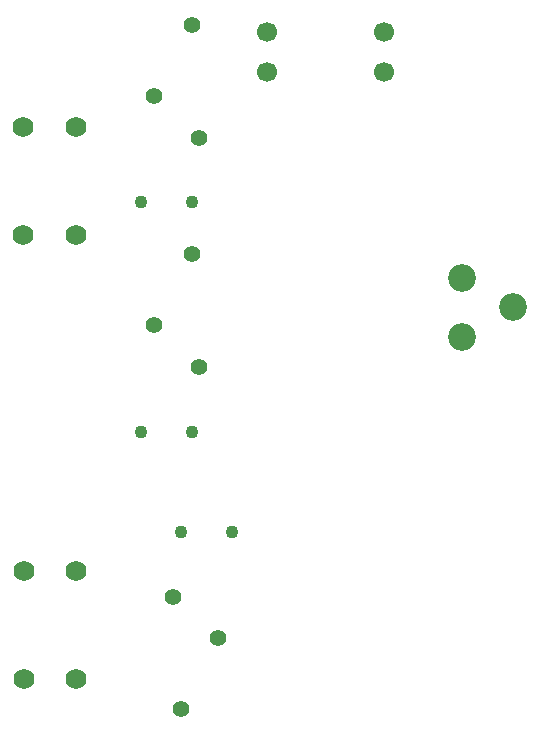
<source format=gbr>
%TF.GenerationSoftware,Altium Limited,Altium Designer,19.1.7 (138)*%
G04 Layer_Color=0*
%FSLAX26Y26*%
%MOIN*%
%TF.FileFunction,Plated,1,2,PTH,Drill*%
%TF.Part,Single*%
G01*
G75*
%TA.AperFunction,ComponentDrill*%
%ADD35C,0.069291*%
%ADD36C,0.055118*%
%ADD37C,0.043307*%
%ADD38C,0.092000*%
%ADD39C,0.066929*%
D35*
X1720394Y1393465D02*
D03*
Y1034409D02*
D03*
X1545197Y1393465D02*
D03*
Y1034409D02*
D03*
X1543228Y2514110D02*
D03*
Y2873165D02*
D03*
X1718425Y2514110D02*
D03*
Y2873165D02*
D03*
D36*
X2068898Y932087D02*
D03*
X2043307Y1306102D02*
D03*
X2192913Y1168307D02*
D03*
X1980315Y2211708D02*
D03*
X2129921Y2073913D02*
D03*
X2104331Y2447928D02*
D03*
X1980315Y2975487D02*
D03*
X2129921Y2837692D02*
D03*
X2104331Y3211708D02*
D03*
D37*
X2238189Y1522638D02*
D03*
X2068898D02*
D03*
X2104331Y1857377D02*
D03*
X1935039D02*
D03*
X2104331Y2621157D02*
D03*
X1935039D02*
D03*
D38*
X3005704Y2371063D02*
D03*
X3176181Y2272638D02*
D03*
X3005704Y2174213D02*
D03*
D39*
X2355630Y3190566D02*
D03*
X2746181D02*
D03*
X2355630Y3056708D02*
D03*
X2746181D02*
D03*
%TF.MD5,33c700a43305530eee4bccc73ce75551*%
M02*

</source>
